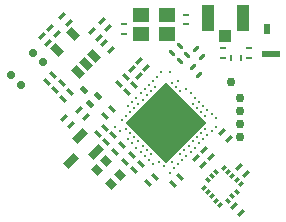
<source format=gtp>
G04*
G04 #@! TF.GenerationSoftware,Altium Limited,Altium Designer,24.8.2 (39)*
G04*
G04 Layer_Color=8421504*
%FSLAX44Y44*%
%MOMM*%
G71*
G04*
G04 #@! TF.SameCoordinates,51F5D0A7-D834-435B-83A4-D3E02903F5C0*
G04*
G04*
G04 #@! TF.FilePolarity,Positive*
G04*
G01*
G75*
G04:AMPARAMS|DCode=14|XSize=0.6mm|YSize=0.2803mm|CornerRadius=0mm|HoleSize=0mm|Usage=FLASHONLY|Rotation=135.000|XOffset=0mm|YOffset=0mm|HoleType=Round|Shape=Rectangle|*
%AMROTATEDRECTD14*
4,1,4,0.3112,-0.1130,0.1130,-0.3112,-0.3112,0.1130,-0.1130,0.3112,0.3112,-0.1130,0.0*
%
%ADD14ROTATEDRECTD14*%

%ADD15R,0.2803X0.6000*%
G04:AMPARAMS|DCode=16|XSize=0.6mm|YSize=0.2803mm|CornerRadius=0mm|HoleSize=0mm|Usage=FLASHONLY|Rotation=45.000|XOffset=0mm|YOffset=0mm|HoleType=Round|Shape=Rectangle|*
%AMROTATEDRECTD16*
4,1,4,-0.1130,-0.3112,-0.3112,-0.1130,0.1130,0.3112,0.3112,0.1130,-0.1130,-0.3112,0.0*
%
%ADD16ROTATEDRECTD16*%

%ADD17R,0.6000X0.2803*%
%ADD18C,0.7000*%
G04:AMPARAMS|DCode=19|XSize=1mm|YSize=0.6mm|CornerRadius=0mm|HoleSize=0mm|Usage=FLASHONLY|Rotation=315.000|XOffset=0mm|YOffset=0mm|HoleType=Round|Shape=Rectangle|*
%AMROTATEDRECTD19*
4,1,4,-0.5657,0.1414,-0.1414,0.5657,0.5657,-0.1414,0.1414,-0.5657,-0.5657,0.1414,0.0*
%
%ADD19ROTATEDRECTD19*%

%ADD20R,1.4000X1.1500*%
%ADD21C,0.2750*%
%ADD22P,6.8589X4X360.0*%
G04:AMPARAMS|DCode=23|XSize=0.6mm|YSize=0.2803mm|CornerRadius=0mm|HoleSize=0mm|Usage=FLASHONLY|Rotation=310.000|XOffset=0mm|YOffset=0mm|HoleType=Round|Shape=Rectangle|*
%AMROTATEDRECTD23*
4,1,4,-0.3002,0.1397,-0.0855,0.3199,0.3002,-0.1397,0.0855,-0.3199,-0.3002,0.1397,0.0*
%
%ADD23ROTATEDRECTD23*%

%ADD24R,1.5000X0.5000*%
%ADD25R,0.5000X0.9000*%
G04:AMPARAMS|DCode=26|XSize=0.45mm|YSize=0.35mm|CornerRadius=0mm|HoleSize=0mm|Usage=FLASHONLY|Rotation=225.000|XOffset=0mm|YOffset=0mm|HoleType=Round|Shape=Rectangle|*
%AMROTATEDRECTD26*
4,1,4,0.0354,0.2828,0.2828,0.0354,-0.0354,-0.2828,-0.2828,-0.0354,0.0354,0.2828,0.0*
%
%ADD26ROTATEDRECTD26*%

G04:AMPARAMS|DCode=27|XSize=0.35mm|YSize=0.45mm|CornerRadius=0mm|HoleSize=0mm|Usage=FLASHONLY|Rotation=225.000|XOffset=0mm|YOffset=0mm|HoleType=Round|Shape=Rectangle|*
%AMROTATEDRECTD27*
4,1,4,-0.0354,0.2828,0.2828,-0.0354,0.0354,-0.2828,-0.2828,0.0354,-0.0354,0.2828,0.0*
%
%ADD27ROTATEDRECTD27*%

G04:AMPARAMS|DCode=28|XSize=0.6mm|YSize=0.2803mm|CornerRadius=0mm|HoleSize=0mm|Usage=FLASHONLY|Rotation=220.000|XOffset=0mm|YOffset=0mm|HoleType=Round|Shape=Rectangle|*
%AMROTATEDRECTD28*
4,1,4,0.1397,0.3002,0.3199,0.0855,-0.1397,-0.3002,-0.3199,-0.0855,0.1397,0.3002,0.0*
%
%ADD28ROTATEDRECTD28*%

%ADD29C,0.7500*%
%ADD30R,1.1000X2.2000*%
%ADD31R,1.0000X1.0500*%
G04:AMPARAMS|DCode=32|XSize=0.7mm|YSize=0.8mm|CornerRadius=0mm|HoleSize=0mm|Usage=FLASHONLY|Rotation=225.000|XOffset=0mm|YOffset=0mm|HoleType=Round|Shape=Rectangle|*
%AMROTATEDRECTD32*
4,1,4,-0.0354,0.5303,0.5303,-0.0354,0.0354,-0.5303,-0.5303,0.0354,-0.0354,0.5303,0.0*
%
%ADD32ROTATEDRECTD32*%

G04:AMPARAMS|DCode=33|XSize=0.4mm|YSize=0.7mm|CornerRadius=0mm|HoleSize=0mm|Usage=FLASHONLY|Rotation=45.000|XOffset=0mm|YOffset=0mm|HoleType=Round|Shape=Rectangle|*
%AMROTATEDRECTD33*
4,1,4,0.1061,-0.3889,-0.3889,0.1061,-0.1061,0.3889,0.3889,-0.1061,0.1061,-0.3889,0.0*
%
%ADD33ROTATEDRECTD33*%

G04:AMPARAMS|DCode=34|XSize=1.25mm|YSize=0.7mm|CornerRadius=0mm|HoleSize=0mm|Usage=FLASHONLY|Rotation=45.000|XOffset=0mm|YOffset=0mm|HoleType=Round|Shape=Rectangle|*
%AMROTATEDRECTD34*
4,1,4,-0.1945,-0.6894,-0.6894,-0.1945,0.1945,0.6894,0.6894,0.1945,-0.1945,-0.6894,0.0*
%
%ADD34ROTATEDRECTD34*%

D14*
X16952Y-59772D02*
D03*
X22749Y-53975D02*
D03*
X-90363Y26407D02*
D03*
X-84567Y32203D02*
D03*
X-76092Y12288D02*
D03*
X-70296Y18084D02*
D03*
X-46838Y-18104D02*
D03*
X-41041Y-12308D02*
D03*
X-83156Y19323D02*
D03*
X-77359Y25119D02*
D03*
X-41162Y-2202D02*
D03*
X-35366Y3594D02*
D03*
X-4741Y-59551D02*
D03*
X1055Y-53755D02*
D03*
X-23074Y30620D02*
D03*
X-28870Y24824D02*
D03*
X-26606Y-26800D02*
D03*
X-32402Y-32596D02*
D03*
X-22210Y18109D02*
D03*
X-16414Y23905D02*
D03*
X-40241Y-24737D02*
D03*
X-34444Y-18941D02*
D03*
X-18141Y-35622D02*
D03*
X-23938Y-41418D02*
D03*
X-16595Y-48599D02*
D03*
X-10799Y-42803D02*
D03*
D15*
X65855Y46826D02*
D03*
X74052D02*
D03*
D16*
X-62583Y2255D02*
D03*
X-56786Y-3542D02*
D03*
X-43800Y78145D02*
D03*
X-38003Y72349D02*
D03*
X-75802Y-3974D02*
D03*
X-70006Y-9770D02*
D03*
X-18195Y37193D02*
D03*
X-12399Y31397D02*
D03*
X-88721Y59347D02*
D03*
X-94517Y65143D02*
D03*
X-11669Y44282D02*
D03*
X-5873Y38486D02*
D03*
X49062Y-36907D02*
D03*
X43266Y-31111D02*
D03*
X74251Y-84638D02*
D03*
X68454Y-78842D02*
D03*
X72555Y-45709D02*
D03*
X78351Y-51506D02*
D03*
X-81792Y66553D02*
D03*
X-87588Y72349D02*
D03*
X64009Y-21564D02*
D03*
X58212Y-15768D02*
D03*
X-71424Y75992D02*
D03*
X-77220Y81788D02*
D03*
X-45825Y63408D02*
D03*
X-51621Y69204D02*
D03*
X-35622Y53376D02*
D03*
X-41418Y59172D02*
D03*
X42341Y-43594D02*
D03*
X36545Y-37798D02*
D03*
D17*
X80953Y46727D02*
D03*
Y54924D02*
D03*
X58953Y46727D02*
D03*
Y54924D02*
D03*
X27883Y83245D02*
D03*
Y75048D02*
D03*
X-24676Y66948D02*
D03*
Y75146D02*
D03*
D18*
X-93560Y42867D02*
D03*
X-112362Y24065D02*
D03*
X-120494Y32196D02*
D03*
X-101692Y50998D02*
D03*
D19*
X-63344Y34877D02*
D03*
X-56627Y41595D02*
D03*
X-49909Y48312D02*
D03*
X-68294Y66697D02*
D03*
X-81729Y53262D02*
D03*
D20*
X11530Y83264D02*
D03*
X-10469D02*
D03*
Y67263D02*
D03*
X11530D02*
D03*
D21*
X-17865Y9635D02*
D03*
X-14329Y13170D02*
D03*
X-10793Y16706D02*
D03*
X-7258Y20241D02*
D03*
X-3722Y23777D02*
D03*
X-187Y27313D02*
D03*
X3349Y30848D02*
D03*
X6884Y34383D02*
D03*
X-21400Y6099D02*
D03*
X49311Y-972D02*
D03*
X8652Y-45166D02*
D03*
X26330Y-31024D02*
D03*
X29865Y-27488D02*
D03*
X33401Y-23953D02*
D03*
X36936Y-20417D02*
D03*
X40472Y-16882D02*
D03*
X44007Y-13346D02*
D03*
X52846Y-4507D02*
D03*
X15723Y-41630D02*
D03*
X22794Y-34559D02*
D03*
X28097Y-36327D02*
D03*
X31633Y-32792D02*
D03*
X35168Y-29256D02*
D03*
X38704Y-25721D02*
D03*
X42239Y-22185D02*
D03*
X45775Y-18649D02*
D03*
X49311Y-15114D02*
D03*
X52846Y-11578D02*
D03*
X13955Y-50469D02*
D03*
X17491Y-46934D02*
D03*
X21026Y-43398D02*
D03*
X24562Y-39863D02*
D03*
X-12561Y7867D02*
D03*
X-9026Y11403D02*
D03*
X-5490Y14938D02*
D03*
X-1955Y18474D02*
D03*
X1581Y22009D02*
D03*
X-32007Y-11578D02*
D03*
X13955Y34383D02*
D03*
X-26703Y-6275D02*
D03*
X-23168Y-2740D02*
D03*
X-19632Y796D02*
D03*
X-16097Y4331D02*
D03*
X-28471Y-15114D02*
D03*
X15723Y25545D02*
D03*
X-23168Y-13346D02*
D03*
X21026Y27313D02*
D03*
X19259Y22009D02*
D03*
X-19632Y-16882D02*
D03*
X-21400Y-22185D02*
D03*
X22794Y18474D02*
D03*
X-16097Y-20417D02*
D03*
X-17865Y-25721D02*
D03*
X28097Y20241D02*
D03*
X-12561Y-23953D02*
D03*
X-14329Y-29256D02*
D03*
X31633Y16706D02*
D03*
X-9026Y-27488D02*
D03*
X-10793Y-32792D02*
D03*
X35168Y13170D02*
D03*
X33401Y7867D02*
D03*
X-5490Y-31024D02*
D03*
X-7258Y-36327D02*
D03*
X38704Y9635D02*
D03*
X36936Y4331D02*
D03*
X-1955Y-34559D02*
D03*
X-3722Y-39863D02*
D03*
X42239Y6099D02*
D03*
X40472Y796D02*
D03*
X-187Y-43398D02*
D03*
X45775Y2564D02*
D03*
X44007Y-2740D02*
D03*
X5116Y-41630D02*
D03*
D22*
X10420Y-8043D02*
D03*
D23*
X28858Y49398D02*
D03*
X22578Y44130D02*
D03*
X22551Y56429D02*
D03*
X16271Y51160D02*
D03*
D24*
X99626Y50000D02*
D03*
D25*
X96627Y71000D02*
D03*
D26*
X74053Y-60268D02*
D03*
X70517Y-56732D02*
D03*
X66982Y-53197D02*
D03*
X63446Y-49661D02*
D03*
X59910Y-46125D02*
D03*
X42586Y-63450D02*
D03*
X46122Y-66985D02*
D03*
X49658Y-70521D02*
D03*
X53193Y-74056D02*
D03*
X56729Y-77592D02*
D03*
D27*
X53193Y-49661D02*
D03*
X49658Y-53197D02*
D03*
X46122Y-56732D02*
D03*
X63446Y-74056D02*
D03*
X66982Y-70521D02*
D03*
X70517Y-66985D02*
D03*
D28*
X38795Y32304D02*
D03*
X33526Y38583D02*
D03*
X41502Y47632D02*
D03*
X36233Y53912D02*
D03*
D29*
X73634Y12501D02*
D03*
Y-20189D02*
D03*
X65671Y26471D02*
D03*
X73314Y-9293D02*
D03*
X73634Y1604D02*
D03*
D30*
X75981Y80450D02*
D03*
X45981D02*
D03*
D31*
X60981Y65450D02*
D03*
D32*
X-40009Y-40476D02*
D03*
X-27988Y-52496D02*
D03*
X-35767Y-60275D02*
D03*
X-47787Y-48254D02*
D03*
D33*
X-53744Y7487D02*
D03*
X-46560Y14671D02*
D03*
X-58637Y19564D02*
D03*
D34*
X-48842Y-33089D02*
D03*
X-62270Y-19662D02*
D03*
X-69691Y-40525D02*
D03*
M02*

</source>
